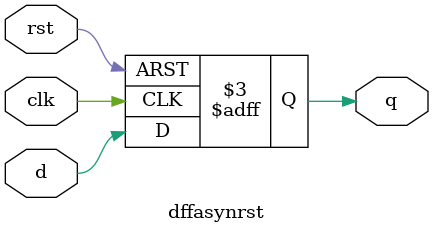
<source format=v>
module dffasynrst (
input d,clk,rst,
output reg q);

always @(posedge clk or negedge rst)
begin
if (rst==0)  q <= 1'b0;
else    q<=d;
end
endmodule


</source>
